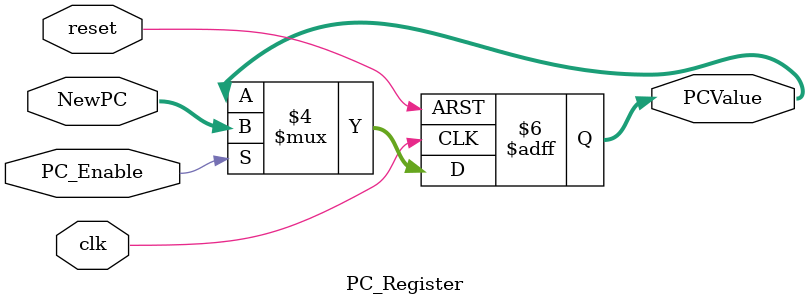
<source format=v>
/******************************************************************
* Description
*	This is a register of 32-bit that corresponds to the PC counter. 
*	This register does not have an enable signal.
* Version:
*	1.0
* Author:
*	Dr. José Luis Pizano Escalante
* email:
*	luispizano@iteso.mx
* Date:
*	01/03/2014
******************************************************************/

module PC_Register
#(
	parameter N=32
)
(
	input clk,
	input reset,
	input PC_Enable,
	input  [N-1:0] NewPC,
	
	
	output reg [N-1:0] PCValue
);

always@(negedge reset or posedge clk) begin
	if(reset==0)
		PCValue <= 32'h0040_0000;	//4_194_304;
	else if(PC_Enable==1)	
		PCValue <= NewPC;
end

endmodule
</source>
